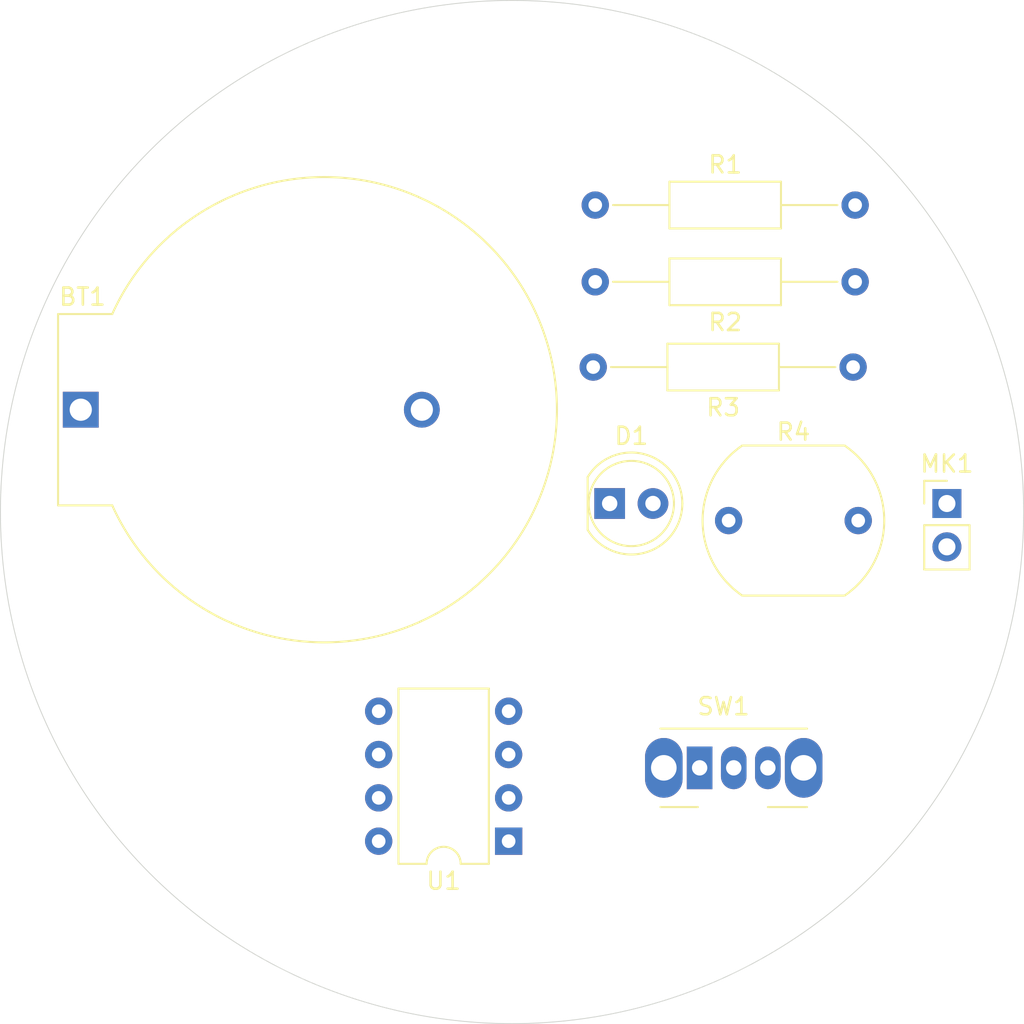
<source format=kicad_pcb>
(kicad_pcb (version 20240108) (generator "pcbnew") (generator_version "8.0")
  (layers (0 "F.Cu" signal) (31 "B.Cu" signal) (34 "B.Paste" user) (35 "F.Paste" user) (36 "B.SilkS" user "B.Silkscreen") (37 "F.SilkS" user "F.Silkscreen") (38 "B.Mask" user) (39 "F.Mask" user) (44 "Edge.Cuts" user))
  (net 0 "")
  (net 1 "Net-(BT1--)")
  (net 2 "+3.3V")
  (net 3 "/LED")
  (net 4 "Net-(D1-K)")
  (net 5 "/MIC")
  (net 6 "GND")
  (net 7 "/LDR")
  (footprint "OptoDevice:R_LDR_10x8.5mm_P7.6mm_Vertical" (layer "F.Cu") (at 163.7 100.5)
    (property "Reference" "R4" (at 3.8 -5.2 0) (layer "F.SilkS"))
    (property "Value" "5mm LDR")
    (fp_line (start 0.8 -4.4) (end 6.8 -4.4) (stroke (width 0.12)) (layer "F.SilkS"))
    (fp_line (start 0.8 4.4) (end 6.8 4.4) (stroke (width 0.12)) (layer "F.SilkS"))
    (fp_arc (start 0.8 4.4) (mid -1.525374 0.019809) (end 0.76735 -4.37756) (stroke (width 0.12)) (layer "F.SilkS"))
    (fp_arc (start 6.8 -4.4) (mid 9.125374 -0.019809) (end 6.83265 4.37756) (stroke (width 0.12)) (layer "F.SilkS"))
    (pad "1" thru_hole circle (at 0 0) (size 1.6 1.6) (drill 0.8) (layers "*.Cu" "*.Mask") (net 6 "GND"))
    (pad "2" thru_hole circle (at 7.6 0) (size 1.6 1.6) (drill 0.8) (layers "*.Cu" "*.Mask") (net 7 "/LDR"))
  )
  (footprint "Battery:BatteryHolder_ComfortableElectronic_CH273-2450_1x2450" (layer "F.Cu") (at 125.710914 94)
    (property "Reference" "BT1" (at 0.1 -6.62 0) (layer "F.SilkS"))
    (property "Value" "3.3 V Bat")
    (fp_line (start -1.33 -5.61) (end 1.845 -5.61) (stroke (width 0.12)) (layer "F.SilkS"))
    (fp_line (start -1.33 5.61) (end -1.33 -5.61) (stroke (width 0.12)) (layer "F.SilkS"))
    (fp_line (start 1.845 5.61) (end -1.33 5.61) (stroke (width 0.12)) (layer "F.SilkS"))
    (fp_arc (start 1.845 -5.61) (mid 27.921896 0) (end 1.845 5.61) (stroke (width 0.12)) (layer "F.SilkS"))
    (pad "1" thru_hole rect (at 0 0 270) (size 2.1 2.1) (drill 1.3) (layers "*.Cu" "*.Mask") (net 2 "+3.3V"))
    (pad "2" thru_hole circle (at 20 0 270) (size 2.1 2.1) (drill 1.3) (layers "*.Cu" "*.Mask") (net 1 "Net-(BT1--)"))
  )
  (footprint "Connector_PinHeader_2.54mm:PinHeader_1x02_P2.54mm_Vertical" (layer "F.Cu") (at 176.5 99.5)
    (property "Reference" "MK1" (at 0 -2.33 0) (layer "F.SilkS"))
    (property "Value" "MIC")
    (fp_line (start -1.33 -1.33) (end 0 -1.33) (stroke (width 0.12)) (layer "F.SilkS"))
    (fp_line (start -1.33 0) (end -1.33 -1.33) (stroke (width 0.12)) (layer "F.SilkS"))
    (fp_line (start -1.33 1.27) (end -1.33 3.87) (stroke (width 0.12)) (layer "F.SilkS"))
    (fp_line (start -1.33 1.27) (end 1.33 1.27) (stroke (width 0.12)) (layer "F.SilkS"))
    (fp_line (start -1.33 3.87) (end 1.33 3.87) (stroke (width 0.12)) (layer "F.SilkS"))
    (fp_line (start 1.33 1.27) (end 1.33 3.87) (stroke (width 0.12)) (layer "F.SilkS"))
    (pad "1" thru_hole rect (at 0 0) (size 1.7 1.7) (drill 1) (layers "*.Cu" "*.Mask") (net 5 "/MIC"))
    (pad "2" thru_hole oval (at 0 2.54) (size 1.7 1.7) (drill 1) (layers "*.Cu" "*.Mask") (net 6 "GND"))
  )
  (footprint "Button_Switch_THT:SW_Slide_SPDT_Angled_CK_OS102011MA1Q" (layer "F.Cu") (at 162 115)
    (property "Reference" "SW1" (at 1.4 -3.6 0) (layer "F.SilkS"))
    (property "Value" "SW_SPDT")
    (fp_line (start -2.3 -2.3) (end 6.3 -2.3) (stroke (width 0.12)) (layer "F.SilkS"))
    (fp_line (start -2.3 2.3) (end -0.1 2.3) (stroke (width 0.12)) (layer "F.SilkS"))
    (fp_line (start 4 2.3) (end 6.3 2.3) (stroke (width 0.12)) (layer "F.SilkS"))
    (pad "" thru_hole oval (at -2.1 0) (size 2.2 3.5) (drill 1.5) (layers "*.Cu" "*.Mask"))
    (pad "" thru_hole oval (at 6.1 0) (size 2.2 3.5) (drill 1.5) (layers "*.Cu" "*.Mask"))
    (pad "1" thru_hole rect (at 0 0) (size 1.5 2.5) (drill 0.9) (layers "*.Cu" "*.Mask"))
    (pad "2" thru_hole oval (at 2 0) (size 1.5 2.5) (drill 0.9) (layers "*.Cu" "*.Mask") (net 6 "GND"))
    (pad "3" thru_hole oval (at 4 0) (size 1.5 2.5) (drill 0.9) (layers "*.Cu" "*.Mask") (net 1 "Net-(BT1--)"))
  )
  (footprint "Resistor_THT:R_Axial_DIN0207_L6.3mm_D2.5mm_P15.24mm_Horizontal" (layer "F.Cu") (at 155.88 82)
    (property "Reference" "R1" (at 7.62 -2.37 0) (layer "F.SilkS"))
    (property "Value" "470")
    (fp_line (start 1.04 0) (end 4.35 0) (stroke (width 0.12)) (layer "F.SilkS"))
    (fp_line (start 4.35 -1.37) (end 4.35 1.37) (stroke (width 0.12)) (layer "F.SilkS"))
    (fp_line (start 4.35 1.37) (end 10.89 1.37) (stroke (width 0.12)) (layer "F.SilkS"))
    (fp_line (start 10.89 -1.37) (end 4.35 -1.37) (stroke (width 0.12)) (layer "F.SilkS"))
    (fp_line (start 10.89 1.37) (end 10.89 -1.37) (stroke (width 0.12)) (layer "F.SilkS"))
    (fp_line (start 14.2 0) (end 10.89 0) (stroke (width 0.12)) (layer "F.SilkS"))
    (pad "1" thru_hole circle (at 0 0) (size 1.6 1.6) (drill 0.8) (layers "*.Cu" "*.Mask") (net 4 "Net-(D1-K)"))
    (pad "2" thru_hole oval (at 15.24 0) (size 1.6 1.6) (drill 0.8) (layers "*.Cu" "*.Mask") (net 6 "GND"))
  )
  (footprint "Resistor_THT:R_Axial_DIN0207_L6.3mm_D2.5mm_P15.24mm_Horizontal" (layer "F.Cu") (at 171.12 86.5 180)
    (property "Reference" "R2" (at 7.62 -2.37 180) (layer "F.SilkS"))
    (property "Value" "5.6k")
    (fp_line (start 14.2 0) (end 10.89 0) (stroke (width 0.12)) (layer "F.SilkS"))
    (fp_line (start 10.89 1.37) (end 10.89 -1.37) (stroke (width 0.12)) (layer "F.SilkS"))
    (fp_line (start 10.89 -1.37) (end 4.35 -1.37) (stroke (width 0.12)) (layer "F.SilkS"))
    (fp_line (start 4.35 1.37) (end 10.89 1.37) (stroke (width 0.12)) (layer "F.SilkS"))
    (fp_line (start 4.35 -1.37) (end 4.35 1.37) (stroke (width 0.12)) (layer "F.SilkS"))
    (fp_line (start 1.04 0) (end 4.35 0) (stroke (width 0.12)) (layer "F.SilkS"))
    (pad "1" thru_hole circle (at 0 0 180) (size 1.6 1.6) (drill 0.8) (layers "*.Cu" "*.Mask") (net 5 "/MIC"))
    (pad "2" thru_hole oval (at 15.24 0 180) (size 1.6 1.6) (drill 0.8) (layers "*.Cu" "*.Mask") (net 2 "+3.3V"))
  )
  (footprint "Resistor_THT:R_Axial_DIN0207_L6.3mm_D2.5mm_P15.24mm_Horizontal" (layer "F.Cu") (at 171 91.5 180)
    (property "Reference" "R3" (at 7.62 -2.37 180) (layer "F.SilkS"))
    (property "Value" "10k")
    (fp_line (start 14.2 0) (end 10.89 0) (stroke (width 0.12)) (layer "F.SilkS"))
    (fp_line (start 10.89 1.37) (end 10.89 -1.37) (stroke (width 0.12)) (layer "F.SilkS"))
    (fp_line (start 10.89 -1.37) (end 4.35 -1.37) (stroke (width 0.12)) (layer "F.SilkS"))
    (fp_line (start 4.35 1.37) (end 10.89 1.37) (stroke (width 0.12)) (layer "F.SilkS"))
    (fp_line (start 4.35 -1.37) (end 4.35 1.37) (stroke (width 0.12)) (layer "F.SilkS"))
    (fp_line (start 1.04 0) (end 4.35 0) (stroke (width 0.12)) (layer "F.SilkS"))
    (pad "1" thru_hole circle (at 0 0 180) (size 1.6 1.6) (drill 0.8) (layers "*.Cu" "*.Mask") (net 7 "/LDR"))
    (pad "2" thru_hole oval (at 15.24 0 180) (size 1.6 1.6) (drill 0.8) (layers "*.Cu" "*.Mask") (net 2 "+3.3V"))
  )
  (footprint "LED_THT:LED_D5.0mm" (layer "F.Cu") (at 156.725 99.5)
    (property "Reference" "D1" (at 1.27 -3.96 0) (layer "F.SilkS"))
    (property "Value" "Yellow LED")
    (fp_line (start -1.29 -1.545) (end -1.29 1.545) (stroke (width 0.12)) (layer "F.SilkS"))
    (fp_arc (start -1.29 -1.54483) (mid 2.072002 -2.880433) (end 4.26 0.000462) (stroke (width 0.12)) (layer "F.SilkS"))
    (fp_arc (start 4.26 -0.000462) (mid 2.072002 2.880433) (end -1.29 1.54483) (stroke (width 0.12)) (layer "F.SilkS"))
    (fp_circle (center 1.27 0) (end 3.77 0) (stroke (width 0.12)) (fill none) (layer "F.SilkS"))
    (pad "1" thru_hole rect (at 0 0) (size 1.8 1.8) (drill 0.9) (layers "*.Cu" "*.Mask") (net 4 "Net-(D1-K)"))
    (pad "2" thru_hole circle (at 2.54 0) (size 1.8 1.8) (drill 0.9) (layers "*.Cu" "*.Mask") (net 3 "/LED"))
  )
  (footprint "Package_DIP:DIP-8_W7.62mm" (layer "F.Cu") (at 150.8 119.3 180)
    (property "Reference" "U1" (at 3.81 -2.33 180) (layer "F.SilkS"))
    (property "Value" "ATtiny85V-10P")
    (fp_line (start 6.46 8.95) (end 6.46 -1.33) (stroke (width 0.12)) (layer "F.SilkS"))
    (fp_line (start 6.46 -1.33) (end 4.81 -1.33) (stroke (width 0.12)) (layer "F.SilkS"))
    (fp_line (start 2.81 -1.33) (end 1.16 -1.33) (stroke (width 0.12)) (layer "F.SilkS"))
    (fp_line (start 1.16 8.95) (end 6.46 8.95) (stroke (width 0.12)) (layer "F.SilkS"))
    (fp_line (start 1.16 -1.33) (end 1.16 8.95) (stroke (width 0.12)) (layer "F.SilkS"))
    (fp_arc (start 4.81 -1.33) (mid 3.81 -0.33) (end 2.81 -1.33) (stroke (width 0.12)) (layer "F.SilkS"))
    (pad "1" thru_hole rect (at 0 0 180) (size 1.6 1.6) (drill 0.8) (layers "*.Cu" "*.Mask"))
    (pad "2" thru_hole oval (at 0 2.54 180) (size 1.6 1.6) (drill 0.8) (layers "*.Cu" "*.Mask") (net 5 "/MIC"))
    (pad "3" thru_hole oval (at 0 5.08 180) (size 1.6 1.6) (drill 0.8) (layers "*.Cu" "*.Mask"))
    (pad "4" thru_hole oval (at 0 7.62 180) (size 1.6 1.6) (drill 0.8) (layers "*.Cu" "*.Mask") (net 6 "GND"))
    (pad "5" thru_hole oval (at 7.62 7.62 180) (size 1.6 1.6) (drill 0.8) (layers "*.Cu" "*.Mask"))
    (pad "6" thru_hole oval (at 7.62 5.08 180) (size 1.6 1.6) (drill 0.8) (layers "*.Cu" "*.Mask") (net 3 "/LED"))
    (pad "7" thru_hole oval (at 7.62 2.54 180) (size 1.6 1.6) (drill 0.8) (layers "*.Cu" "*.Mask") (net 7 "/LDR"))
    (pad "8" thru_hole oval (at 7.62 0 180) (size 1.6 1.6) (drill 0.8) (layers "*.Cu" "*.Mask") (net 2 "+3.3V"))
  )
  (gr_circle (center 151 100) (end 181 100) (stroke (width 0.05)) (fill none) (layer "Edge.Cuts"))
)
</source>
